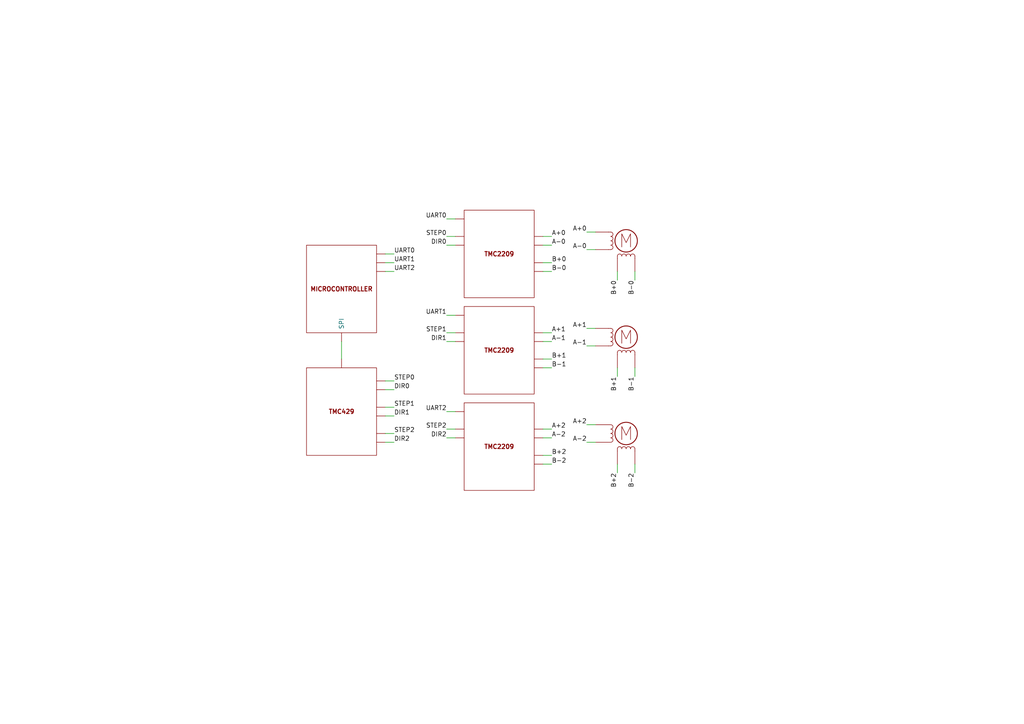
<source format=kicad_sch>
(kicad_sch (version 20230121) (generator eeschema)
  (paper "A4")
  (title_block (title "Trinamic Wiring") (date "2023-08-02") (rev "0.4") (company "Janelia Research Campus"))
  (lib_symbols
    (symbol "Janelia:DOC_MCU" (pin_numbers hide) (pin_names (offset 1.016))
      (symbol "DOC_MCU_0_1"
        (rectangle (start -10.16 12.7) (end 10.16 -12.7))
      )
      (symbol "DOC_MCU_1_1"
        (text "MICROCONTROLLER" (at 0 0 0) (effects (font (size 1.27 1.27) bold)))
        (pin input line (at 12.7 7.62 180) (length 2.54) (name "") (number "0"))
        (pin output line (at 12.7 10.16 180) (length 2.54) (name "") (number "1"))
        (pin input line (at 12.7 -5.08 180) (length 2.54) hide (name "") (number "2"))
        (pin output line (at 12.7 -2.54 180) (length 2.54) hide (name "") (number "3"))
        (pin output line (at 12.7 -7.62 180) (length 2.54) hide (name "") (number "4"))
        (pin input line (at 12.7 -10.16 180) (length 2.54) hide (name "") (number "5"))
        (pin output line (at 12.7 5.08 180) (length 2.54) (name "") (number "6"))
        (pin input line (at 12.7 2.54 180) (length 2.54) hide (name "") (number "7"))
        (pin input line (at 0 -15.24 90) (length 2.54) (name "SPI") (number "8"))
      )
    )
    (symbol "Janelia:DOC_TMC2209" (pin_numbers hide) (pin_names (offset 1.016) hide)
      (symbol "DOC_TMC2209_0_1"
        (rectangle (start -10.16 12.7) (end 10.16 -12.7))
      )
      (symbol "DOC_TMC2209_1_1"
        (text "TMC2209" (at 0 0 0) (effects (font (size 1.27 1.27) bold)))
        (pin bidirectional line (at -12.7 10.16 0) (length 2.54) (name "UART") (number "0"))
        (pin input line (at -12.7 5.08 0) (length 2.54) (name "STEP") (number "1"))
        (pin input line (at -12.7 -5.08 0) (length 2.54) hide (name "AD1") (number "10"))
        (pin input line (at -12.7 2.54 0) (length 2.54) (name "DIR") (number "2"))
        (pin passive line (at 2.54 -15.24 90) (length 2.54) hide (name "BRA") (number "3"))
        (pin passive line (at 7.62 -15.24 90) (length 2.54) hide (name "BRB") (number "4"))
        (pin passive line (at 12.7 5.08 180) (length 2.54) (name "") (number "5"))
        (pin passive line (at 12.7 2.54 180) (length 2.54) (name "") (number "6"))
        (pin passive line (at 12.7 -2.54 180) (length 2.54) (name "") (number "7"))
        (pin passive line (at 12.7 -5.08 180) (length 2.54) (name "") (number "8"))
        (pin input line (at -12.7 -2.54 0) (length 2.54) hide (name "AD0") (number "9"))
      )
    )
    (symbol "Janelia:DOC_TMC429" (pin_numbers hide) (pin_names (offset 1.016) hide)
      (symbol "DOC_TMC429_0_1"
        (rectangle (start -10.16 12.7) (end 10.16 -12.7))
      )
      (symbol "DOC_TMC429_1_1"
        (text "TMC429" (at 0 0 0) (effects (font (size 1.27 1.27) bold)))
        (pin bidirectional line (at 0 15.24 270) (length 2.54) (name "SPI") (number "0"))
        (pin passive line (at 12.7 -6.35 180) (length 2.54) (name "STEP2") (number "10"))
        (pin passive line (at 12.7 8.89 180) (length 2.54) (name "STEP0") (number "5"))
        (pin passive line (at 12.7 6.35 180) (length 2.54) (name "DIR0") (number "6"))
        (pin passive line (at 12.7 -1.27 180) (length 2.54) (name "DIR1") (number "7"))
        (pin passive line (at 12.7 1.27 180) (length 2.54) (name "STEP1") (number "8"))
        (pin passive line (at 12.7 -8.89 180) (length 2.54) (name "DIR2") (number "9"))
      )
    )
    (symbol "Janelia:Stepper_Motor_QSH2818-32-07-006" (pin_numbers hide) (pin_names (offset 0) hide)
      (symbol "Stepper_Motor_QSH2818-32-07-006_0_0"
        (polyline (pts (xy -1.27 -1.778) (xy -1.27 2.032) (xy 0 -0.508) (xy 1.27 2.032) (xy 1.27 -1.778)))
      )
      (symbol "Stepper_Motor_QSH2818-32-07-006_0_1"
        (arc (start -4.445 -2.54) (mid -3.8127 -1.905) (end -4.445 -1.27))
        (arc (start -4.445 -1.27) (mid -3.8127 -0.635) (end -4.445 0))
        (arc (start -4.445 0) (mid -3.8127 0.635) (end -4.445 1.27))
        (arc (start -4.445 1.27) (mid -3.8127 1.905) (end -4.445 2.54))
        (arc (start -1.27 -4.445) (mid -1.905 -3.8127) (end -2.54 -4.445))
        (arc (start 0 -4.445) (mid -0.635 -3.8127) (end -1.27 -4.445))
        (polyline (pts (xy -5.08 -2.54) (xy -4.445 -2.54)))
        (polyline (pts (xy -5.08 2.54) (xy -4.445 2.54)))
        (polyline (pts (xy -2.54 -5.08) (xy -2.54 -4.445)))
        (polyline (pts (xy 2.54 -5.08) (xy 2.54 -4.445)))
        (circle (center 0 0) (radius 3.2512) (stroke (width 0.254)))
        (arc (start 1.27 -4.445) (mid 0.635 -3.8127) (end 0 -4.445))
        (arc (start 2.54 -4.445) (mid 1.905 -3.8127) (end 1.27 -4.445))
      )
      (symbol "Stepper_Motor_QSH2818-32-07-006_1_1"
        (pin passive line (at -8.89 2.54 0) (length 3.81) (name "BLK") (number "A"))
        (pin passive line (at -8.89 -2.54 0) (length 3.81) (name "GRN") (number "A-"))
        (pin passive line (at -2.54 -8.89 90) (length 3.81) (name "RED") (number "B"))
        (pin passive line (at 2.54 -8.89 90) (length 3.81) (name "BLU") (number "B-"))
      )
    )
  )
  (wire (pts (xy 129.54 68.58) (xy 132.08 68.58)))
  (wire (pts (xy 114.3 76.2) (xy 111.76 76.2)))
  (wire (pts (xy 160.02 68.58) (xy 157.48 68.58)))
  (wire (pts (xy 160.02 104.14) (xy 157.48 104.14)))
  (wire (pts (xy 170.18 95.25) (xy 172.72 95.25)))
  (wire (pts (xy 160.02 132.08) (xy 157.48 132.08)))
  (wire (pts (xy 99.06 99.06) (xy 99.06 104.14)))
  (wire (pts (xy 170.18 67.31) (xy 172.72 67.31)))
  (wire (pts (xy 170.18 123.19) (xy 172.72 123.19)))
  (wire (pts (xy 160.02 134.62) (xy 157.48 134.62)))
  (wire (pts (xy 114.3 78.74) (xy 111.76 78.74)))
  (wire (pts (xy 129.54 63.5) (xy 132.08 63.5)))
  (wire (pts (xy 129.54 91.44) (xy 132.08 91.44)))
  (wire (pts (xy 114.3 128.27) (xy 111.76 128.27)))
  (wire (pts (xy 170.18 72.39) (xy 172.72 72.39)))
  (wire (pts (xy 160.02 99.06) (xy 157.48 99.06)))
  (wire (pts (xy 129.54 124.46) (xy 132.08 124.46)))
  (wire (pts (xy 160.02 78.74) (xy 157.48 78.74)))
  (wire (pts (xy 170.18 128.27) (xy 172.72 128.27)))
  (wire (pts (xy 160.02 127) (xy 157.48 127)))
  (wire (pts (xy 129.54 127) (xy 132.08 127)))
  (wire (pts (xy 114.3 118.11) (xy 111.76 118.11)))
  (wire (pts (xy 129.54 71.12) (xy 132.08 71.12)))
  (wire (pts (xy 129.54 119.38) (xy 132.08 119.38)))
  (wire (pts (xy 184.15 81.28) (xy 184.15 78.74)))
  (wire (pts (xy 179.07 137.16) (xy 179.07 134.62)))
  (wire (pts (xy 129.54 99.06) (xy 132.08 99.06)))
  (wire (pts (xy 184.15 137.16) (xy 184.15 134.62)))
  (wire (pts (xy 179.07 81.28) (xy 179.07 78.74)))
  (wire (pts (xy 184.15 109.22) (xy 184.15 106.68)))
  (wire (pts (xy 114.3 125.73) (xy 111.76 125.73)))
  (wire (pts (xy 179.07 109.22) (xy 179.07 106.68)))
  (wire (pts (xy 114.3 113.03) (xy 111.76 113.03)))
  (wire (pts (xy 129.54 96.52) (xy 132.08 96.52)))
  (wire (pts (xy 170.18 100.33) (xy 172.72 100.33)))
  (wire (pts (xy 114.3 73.66) (xy 111.76 73.66)))
  (wire (pts (xy 160.02 106.68) (xy 157.48 106.68)))
  (wire (pts (xy 114.3 120.65) (xy 111.76 120.65)))
  (wire (pts (xy 160.02 71.12) (xy 157.48 71.12)))
  (wire (pts (xy 114.3 110.49) (xy 111.76 110.49)))
  (wire (pts (xy 160.02 76.2) (xy 157.48 76.2)))
  (wire (pts (xy 160.02 96.52) (xy 157.48 96.52)))
  (wire (pts (xy 160.02 124.46) (xy 157.48 124.46)))
  (label "A-2" (at 160.02 127 0))
  (label "B+0" (at 160.02 76.2 0))
  (label "STEP1" (at 129.54 96.52 180))
  (label "A-0" (at 170.18 72.39 180))
  (label "B-1" (at 160.02 106.68 0))
  (label "UART2" (at 129.54 119.38 180))
  (label "STEP0" (at 129.54 68.58 180))
  (label "STEP2" (at 129.54 124.46 180))
  (label "B+1" (at 179.07 109.22 270))
  (label "A+2" (at 170.18 123.19 180))
  (label "A+1" (at 160.02 96.52 0))
  (label "B-2" (at 184.15 137.16 270))
  (label "B+0" (at 179.07 81.28 270))
  (label "A+0" (at 170.18 67.31 180))
  (label "STEP0" (at 114.3 110.49 0))
  (label "UART0" (at 129.54 63.5 180))
  (label "STEP2" (at 114.3 125.73 0))
  (label "A-2" (at 170.18 128.27 180))
  (label "B-0" (at 160.02 78.74 0))
  (label "A+1" (at 170.18 95.25 180))
  (label "B-2" (at 160.02 134.62 0))
  (label "A-1" (at 160.02 99.06 0))
  (label "B-0" (at 184.15 81.28 270))
  (label "UART2" (at 114.3 78.74 0))
  (label "UART1" (at 129.54 91.44 180))
  (label "UART1" (at 114.3 76.2 0))
  (label "DIR2" (at 114.3 128.27 0))
  (label "A-0" (at 160.02 71.12 0))
  (label "A+0" (at 160.02 68.58 0))
  (label "UART0" (at 114.3 73.66 0))
  (label "DIR0" (at 129.54 71.12 180))
  (label "B+2" (at 179.07 137.16 270))
  (label "B+2" (at 160.02 132.08 0))
  (label "DIR0" (at 114.3 113.03 0))
  (label "B-1" (at 184.15 109.22 270))
  (label "DIR1" (at 129.54 99.06 180))
  (label "DIR2" (at 129.54 127 180))
  (label "STEP1" (at 114.3 118.11 0))
  (label "A-1" (at 170.18 100.33 180))
  (label "DIR1" (at 114.3 120.65 0))
  (label "B+1" (at 160.02 104.14 0))
  (label "A+2" (at 160.02 124.46 0))
  (symbol (lib_id "Janelia:DOC_TMC2209") (at 144.78 129.54 0) (unit 1)
    (property "Reference" "TMC18" (effects hide))
    (property "Value" "DOC_TMC2209" (effects hide))
    (property "Sim.Enable" "0" (effects hide))
  )
  (symbol (lib_id "Janelia:Stepper_Motor_QSH2818-32-07-006") (at 181.61 69.85 0) (unit 1)
    (property "Reference" "M5" (effects hide))
    (property "Value" "Stepper_Motor_QSH2818-32-07-006" (effects hide))
    (property "Manufacturer" "Trinamic Motion Control" (effects hide))
    (property "Manufacturer Part Number" "QSH2818-32-07-006" (effects hide))
    (property "Vendor" "Digi-Key" (effects hide))
    (property "Vendor Part Number" "1460-1072-ND" (effects hide))
    (property "Sim.Enable" "0" (effects hide))
  )
  (symbol (lib_id "Janelia:DOC_TMC2209") (at 144.78 101.6 0) (unit 1)
    (property "Reference" "TMC17" (effects hide))
    (property "Value" "DOC_TMC2209" (effects hide))
    (property "Sim.Enable" "0" (effects hide))
  )
  (symbol (lib_id "Janelia:DOC_TMC429") (at 99.06 119.38 0) (unit 1)
    (property "Reference" "TMC16" (effects hide))
    (property "Value" "DOC_TMC429" (effects hide))
    (property "Sim.Enable" "0" (effects hide))
  )
  (symbol (lib_id "Janelia:DOC_TMC2209") (at 144.78 73.66 0) (unit 1)
    (property "Reference" "TMC15" (effects hide))
    (property "Value" "DOC_TMC2209" (effects hide))
    (property "Sim.Enable" "0" (effects hide))
  )
  (symbol (lib_id "Janelia:DOC_MCU") (at 99.06 83.82 0) (unit 1)
    (property "Reference" "MICROCONTROLLER9" (effects hide))
    (property "Value" "DOC_MCU" (effects hide))
    (property "Sim.Enable" "0" (effects hide))
  )
  (symbol (lib_id "Janelia:Stepper_Motor_QSH2818-32-07-006") (at 181.61 125.73 0) (unit 1)
    (property "Reference" "M7" (effects hide))
    (property "Value" "Stepper_Motor_QSH2818-32-07-006" (effects hide))
    (property "Manufacturer" "Trinamic Motion Control" (effects hide))
    (property "Manufacturer Part Number" "QSH2818-32-07-006" (effects hide))
    (property "Vendor" "Digi-Key" (effects hide))
    (property "Vendor Part Number" "1460-1072-ND" (effects hide))
    (property "Sim.Enable" "0" (effects hide))
  )
  (symbol (lib_id "Janelia:Stepper_Motor_QSH2818-32-07-006") (at 181.61 97.79 0) (unit 1)
    (property "Reference" "M6" (effects hide))
    (property "Value" "Stepper_Motor_QSH2818-32-07-006" (effects hide))
    (property "Manufacturer" "Trinamic Motion Control" (effects hide))
    (property "Manufacturer Part Number" "QSH2818-32-07-006" (effects hide))
    (property "Vendor" "Digi-Key" (effects hide))
    (property "Vendor Part Number" "1460-1072-ND" (effects hide))
    (property "Sim.Enable" "0" (effects hide))
  )
)
</source>
